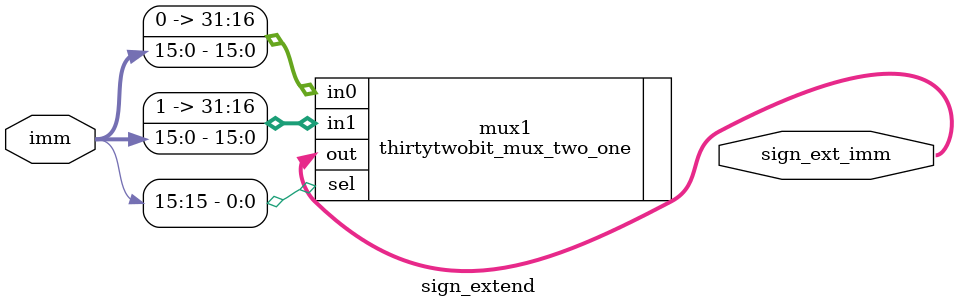
<source format=v>
module sign_extend (
output [31:0] sign_ext_imm,
input [15:0] imm);

thirtytwobit_mux_two_one mux1(.out(sign_ext_imm), .in0({16'b0000000000000000, imm}), .in1({16'b1111111111111111, imm}), .sel(imm[15]));

endmodule
</source>
